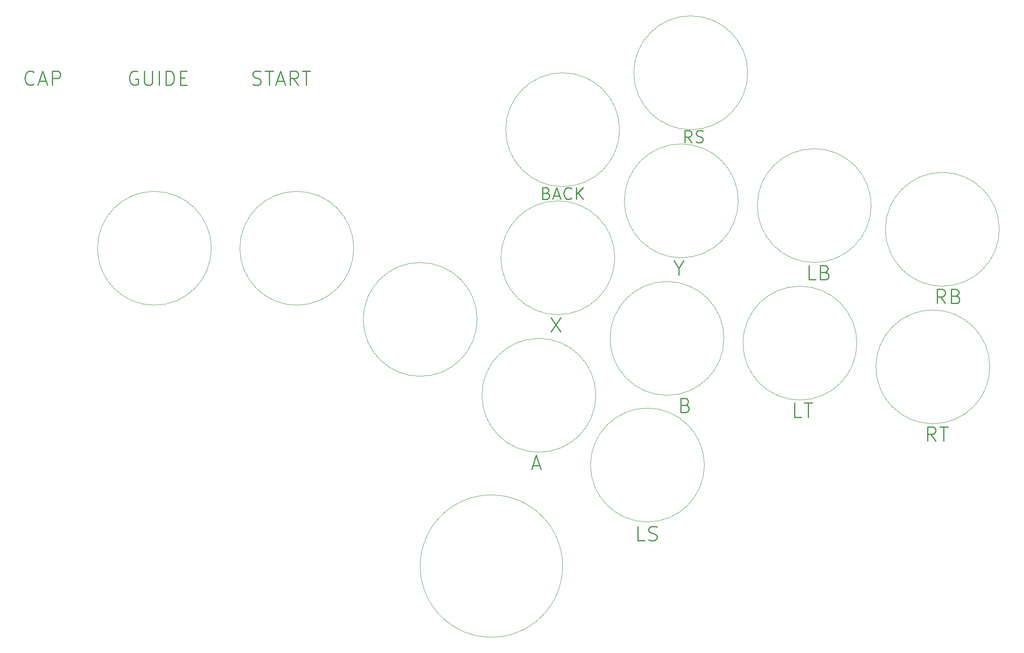
<source format=gbr>
%TF.GenerationSoftware,KiCad,Pcbnew,7.0.7*%
%TF.CreationDate,2023-09-16T00:44:10+09:00*%
%TF.ProjectId,StickLess,53746963-6b4c-4657-9373-2e6b69636164,rev?*%
%TF.SameCoordinates,Original*%
%TF.FileFunction,Legend,Top*%
%TF.FilePolarity,Positive*%
%FSLAX46Y46*%
G04 Gerber Fmt 4.6, Leading zero omitted, Abs format (unit mm)*
G04 Created by KiCad (PCBNEW 7.0.7) date 2023-09-16 00:44:10*
%MOMM*%
%LPD*%
G01*
G04 APERTURE LIST*
%ADD10C,0.250000*%
%ADD11C,0.100000*%
G04 APERTURE END LIST*
D10*
X223307330Y-74619857D02*
X221878758Y-74619857D01*
X221878758Y-74619857D02*
X221878758Y-71619857D01*
X225307329Y-73048428D02*
X225735901Y-73191285D01*
X225735901Y-73191285D02*
X225878758Y-73334142D01*
X225878758Y-73334142D02*
X226021615Y-73619857D01*
X226021615Y-73619857D02*
X226021615Y-74048428D01*
X226021615Y-74048428D02*
X225878758Y-74334142D01*
X225878758Y-74334142D02*
X225735901Y-74477000D01*
X225735901Y-74477000D02*
X225450186Y-74619857D01*
X225450186Y-74619857D02*
X224307329Y-74619857D01*
X224307329Y-74619857D02*
X224307329Y-71619857D01*
X224307329Y-71619857D02*
X225307329Y-71619857D01*
X225307329Y-71619857D02*
X225593044Y-71762714D01*
X225593044Y-71762714D02*
X225735901Y-71905571D01*
X225735901Y-71905571D02*
X225878758Y-72191285D01*
X225878758Y-72191285D02*
X225878758Y-72477000D01*
X225878758Y-72477000D02*
X225735901Y-72762714D01*
X225735901Y-72762714D02*
X225593044Y-72905571D01*
X225593044Y-72905571D02*
X225307329Y-73048428D01*
X225307329Y-73048428D02*
X224307329Y-73048428D01*
X195878758Y-101048428D02*
X196307330Y-101191285D01*
X196307330Y-101191285D02*
X196450187Y-101334142D01*
X196450187Y-101334142D02*
X196593044Y-101619857D01*
X196593044Y-101619857D02*
X196593044Y-102048428D01*
X196593044Y-102048428D02*
X196450187Y-102334142D01*
X196450187Y-102334142D02*
X196307330Y-102477000D01*
X196307330Y-102477000D02*
X196021615Y-102619857D01*
X196021615Y-102619857D02*
X194878758Y-102619857D01*
X194878758Y-102619857D02*
X194878758Y-99619857D01*
X194878758Y-99619857D02*
X195878758Y-99619857D01*
X195878758Y-99619857D02*
X196164473Y-99762714D01*
X196164473Y-99762714D02*
X196307330Y-99905571D01*
X196307330Y-99905571D02*
X196450187Y-100191285D01*
X196450187Y-100191285D02*
X196450187Y-100477000D01*
X196450187Y-100477000D02*
X196307330Y-100762714D01*
X196307330Y-100762714D02*
X196164473Y-100905571D01*
X196164473Y-100905571D02*
X195878758Y-101048428D01*
X195878758Y-101048428D02*
X194878758Y-101048428D01*
X167593044Y-82619857D02*
X169593044Y-85619857D01*
X169593044Y-82619857D02*
X167593044Y-85619857D01*
X187307330Y-129619857D02*
X185878758Y-129619857D01*
X185878758Y-129619857D02*
X185878758Y-126619857D01*
X188164472Y-129477000D02*
X188593044Y-129619857D01*
X188593044Y-129619857D02*
X189307329Y-129619857D01*
X189307329Y-129619857D02*
X189593044Y-129477000D01*
X189593044Y-129477000D02*
X189735901Y-129334142D01*
X189735901Y-129334142D02*
X189878758Y-129048428D01*
X189878758Y-129048428D02*
X189878758Y-128762714D01*
X189878758Y-128762714D02*
X189735901Y-128477000D01*
X189735901Y-128477000D02*
X189593044Y-128334142D01*
X189593044Y-128334142D02*
X189307329Y-128191285D01*
X189307329Y-128191285D02*
X188735901Y-128048428D01*
X188735901Y-128048428D02*
X188450186Y-127905571D01*
X188450186Y-127905571D02*
X188307329Y-127762714D01*
X188307329Y-127762714D02*
X188164472Y-127477000D01*
X188164472Y-127477000D02*
X188164472Y-127191285D01*
X188164472Y-127191285D02*
X188307329Y-126905571D01*
X188307329Y-126905571D02*
X188450186Y-126762714D01*
X188450186Y-126762714D02*
X188735901Y-126619857D01*
X188735901Y-126619857D02*
X189450186Y-126619857D01*
X189450186Y-126619857D02*
X189878758Y-126762714D01*
X104735901Y-33477000D02*
X105164473Y-33619857D01*
X105164473Y-33619857D02*
X105878758Y-33619857D01*
X105878758Y-33619857D02*
X106164473Y-33477000D01*
X106164473Y-33477000D02*
X106307330Y-33334142D01*
X106307330Y-33334142D02*
X106450187Y-33048428D01*
X106450187Y-33048428D02*
X106450187Y-32762714D01*
X106450187Y-32762714D02*
X106307330Y-32477000D01*
X106307330Y-32477000D02*
X106164473Y-32334142D01*
X106164473Y-32334142D02*
X105878758Y-32191285D01*
X105878758Y-32191285D02*
X105307330Y-32048428D01*
X105307330Y-32048428D02*
X105021615Y-31905571D01*
X105021615Y-31905571D02*
X104878758Y-31762714D01*
X104878758Y-31762714D02*
X104735901Y-31477000D01*
X104735901Y-31477000D02*
X104735901Y-31191285D01*
X104735901Y-31191285D02*
X104878758Y-30905571D01*
X104878758Y-30905571D02*
X105021615Y-30762714D01*
X105021615Y-30762714D02*
X105307330Y-30619857D01*
X105307330Y-30619857D02*
X106021615Y-30619857D01*
X106021615Y-30619857D02*
X106450187Y-30762714D01*
X107307330Y-30619857D02*
X109021616Y-30619857D01*
X108164473Y-33619857D02*
X108164473Y-30619857D01*
X109878758Y-32762714D02*
X111307330Y-32762714D01*
X109593044Y-33619857D02*
X110593044Y-30619857D01*
X110593044Y-30619857D02*
X111593044Y-33619857D01*
X114307330Y-33619857D02*
X113307330Y-32191285D01*
X112593044Y-33619857D02*
X112593044Y-30619857D01*
X112593044Y-30619857D02*
X113735901Y-30619857D01*
X113735901Y-30619857D02*
X114021616Y-30762714D01*
X114021616Y-30762714D02*
X114164473Y-30905571D01*
X114164473Y-30905571D02*
X114307330Y-31191285D01*
X114307330Y-31191285D02*
X114307330Y-31619857D01*
X114307330Y-31619857D02*
X114164473Y-31905571D01*
X114164473Y-31905571D02*
X114021616Y-32048428D01*
X114021616Y-32048428D02*
X113735901Y-32191285D01*
X113735901Y-32191285D02*
X112593044Y-32191285D01*
X115164473Y-30619857D02*
X116878759Y-30619857D01*
X116021616Y-33619857D02*
X116021616Y-30619857D01*
X58593044Y-33334142D02*
X58450187Y-33477000D01*
X58450187Y-33477000D02*
X58021615Y-33619857D01*
X58021615Y-33619857D02*
X57735901Y-33619857D01*
X57735901Y-33619857D02*
X57307330Y-33477000D01*
X57307330Y-33477000D02*
X57021615Y-33191285D01*
X57021615Y-33191285D02*
X56878758Y-32905571D01*
X56878758Y-32905571D02*
X56735901Y-32334142D01*
X56735901Y-32334142D02*
X56735901Y-31905571D01*
X56735901Y-31905571D02*
X56878758Y-31334142D01*
X56878758Y-31334142D02*
X57021615Y-31048428D01*
X57021615Y-31048428D02*
X57307330Y-30762714D01*
X57307330Y-30762714D02*
X57735901Y-30619857D01*
X57735901Y-30619857D02*
X58021615Y-30619857D01*
X58021615Y-30619857D02*
X58450187Y-30762714D01*
X58450187Y-30762714D02*
X58593044Y-30905571D01*
X59735901Y-32762714D02*
X61164473Y-32762714D01*
X59450187Y-33619857D02*
X60450187Y-30619857D01*
X60450187Y-30619857D02*
X61450187Y-33619857D01*
X62450187Y-33619857D02*
X62450187Y-30619857D01*
X62450187Y-30619857D02*
X63593044Y-30619857D01*
X63593044Y-30619857D02*
X63878759Y-30762714D01*
X63878759Y-30762714D02*
X64021616Y-30905571D01*
X64021616Y-30905571D02*
X64164473Y-31191285D01*
X64164473Y-31191285D02*
X64164473Y-31619857D01*
X64164473Y-31619857D02*
X64021616Y-31905571D01*
X64021616Y-31905571D02*
X63878759Y-32048428D01*
X63878759Y-32048428D02*
X63593044Y-32191285D01*
X63593044Y-32191285D02*
X62450187Y-32191285D01*
X194450187Y-72191285D02*
X194450187Y-73619857D01*
X193450187Y-70619857D02*
X194450187Y-72191285D01*
X194450187Y-72191285D02*
X195450187Y-70619857D01*
X197188282Y-45681047D02*
X196354949Y-44490571D01*
X195759711Y-45681047D02*
X195759711Y-43181047D01*
X195759711Y-43181047D02*
X196712092Y-43181047D01*
X196712092Y-43181047D02*
X196950187Y-43300095D01*
X196950187Y-43300095D02*
X197069234Y-43419142D01*
X197069234Y-43419142D02*
X197188282Y-43657238D01*
X197188282Y-43657238D02*
X197188282Y-44014380D01*
X197188282Y-44014380D02*
X197069234Y-44252476D01*
X197069234Y-44252476D02*
X196950187Y-44371523D01*
X196950187Y-44371523D02*
X196712092Y-44490571D01*
X196712092Y-44490571D02*
X195759711Y-44490571D01*
X198140663Y-45562000D02*
X198497806Y-45681047D01*
X198497806Y-45681047D02*
X199093044Y-45681047D01*
X199093044Y-45681047D02*
X199331139Y-45562000D01*
X199331139Y-45562000D02*
X199450187Y-45442952D01*
X199450187Y-45442952D02*
X199569234Y-45204857D01*
X199569234Y-45204857D02*
X199569234Y-44966761D01*
X199569234Y-44966761D02*
X199450187Y-44728666D01*
X199450187Y-44728666D02*
X199331139Y-44609619D01*
X199331139Y-44609619D02*
X199093044Y-44490571D01*
X199093044Y-44490571D02*
X198616853Y-44371523D01*
X198616853Y-44371523D02*
X198378758Y-44252476D01*
X198378758Y-44252476D02*
X198259711Y-44133428D01*
X198259711Y-44133428D02*
X198140663Y-43895333D01*
X198140663Y-43895333D02*
X198140663Y-43657238D01*
X198140663Y-43657238D02*
X198259711Y-43419142D01*
X198259711Y-43419142D02*
X198378758Y-43300095D01*
X198378758Y-43300095D02*
X198616853Y-43181047D01*
X198616853Y-43181047D02*
X199212092Y-43181047D01*
X199212092Y-43181047D02*
X199569234Y-43300095D01*
X166593044Y-56371523D02*
X166950187Y-56490571D01*
X166950187Y-56490571D02*
X167069234Y-56609619D01*
X167069234Y-56609619D02*
X167188282Y-56847714D01*
X167188282Y-56847714D02*
X167188282Y-57204857D01*
X167188282Y-57204857D02*
X167069234Y-57442952D01*
X167069234Y-57442952D02*
X166950187Y-57562000D01*
X166950187Y-57562000D02*
X166712092Y-57681047D01*
X166712092Y-57681047D02*
X165759711Y-57681047D01*
X165759711Y-57681047D02*
X165759711Y-55181047D01*
X165759711Y-55181047D02*
X166593044Y-55181047D01*
X166593044Y-55181047D02*
X166831139Y-55300095D01*
X166831139Y-55300095D02*
X166950187Y-55419142D01*
X166950187Y-55419142D02*
X167069234Y-55657238D01*
X167069234Y-55657238D02*
X167069234Y-55895333D01*
X167069234Y-55895333D02*
X166950187Y-56133428D01*
X166950187Y-56133428D02*
X166831139Y-56252476D01*
X166831139Y-56252476D02*
X166593044Y-56371523D01*
X166593044Y-56371523D02*
X165759711Y-56371523D01*
X168140663Y-56966761D02*
X169331139Y-56966761D01*
X167902568Y-57681047D02*
X168735901Y-55181047D01*
X168735901Y-55181047D02*
X169569234Y-57681047D01*
X171831139Y-57442952D02*
X171712091Y-57562000D01*
X171712091Y-57562000D02*
X171354949Y-57681047D01*
X171354949Y-57681047D02*
X171116853Y-57681047D01*
X171116853Y-57681047D02*
X170759710Y-57562000D01*
X170759710Y-57562000D02*
X170521615Y-57323904D01*
X170521615Y-57323904D02*
X170402568Y-57085809D01*
X170402568Y-57085809D02*
X170283520Y-56609619D01*
X170283520Y-56609619D02*
X170283520Y-56252476D01*
X170283520Y-56252476D02*
X170402568Y-55776285D01*
X170402568Y-55776285D02*
X170521615Y-55538190D01*
X170521615Y-55538190D02*
X170759710Y-55300095D01*
X170759710Y-55300095D02*
X171116853Y-55181047D01*
X171116853Y-55181047D02*
X171354949Y-55181047D01*
X171354949Y-55181047D02*
X171712091Y-55300095D01*
X171712091Y-55300095D02*
X171831139Y-55419142D01*
X172902568Y-57681047D02*
X172902568Y-55181047D01*
X174331139Y-57681047D02*
X173259710Y-56252476D01*
X174331139Y-55181047D02*
X172902568Y-56609619D01*
X220307330Y-103619857D02*
X218878758Y-103619857D01*
X218878758Y-103619857D02*
X218878758Y-100619857D01*
X220878758Y-100619857D02*
X222593044Y-100619857D01*
X221735901Y-103619857D02*
X221735901Y-100619857D01*
X80450187Y-30762714D02*
X80164473Y-30619857D01*
X80164473Y-30619857D02*
X79735901Y-30619857D01*
X79735901Y-30619857D02*
X79307330Y-30762714D01*
X79307330Y-30762714D02*
X79021615Y-31048428D01*
X79021615Y-31048428D02*
X78878758Y-31334142D01*
X78878758Y-31334142D02*
X78735901Y-31905571D01*
X78735901Y-31905571D02*
X78735901Y-32334142D01*
X78735901Y-32334142D02*
X78878758Y-32905571D01*
X78878758Y-32905571D02*
X79021615Y-33191285D01*
X79021615Y-33191285D02*
X79307330Y-33477000D01*
X79307330Y-33477000D02*
X79735901Y-33619857D01*
X79735901Y-33619857D02*
X80021615Y-33619857D01*
X80021615Y-33619857D02*
X80450187Y-33477000D01*
X80450187Y-33477000D02*
X80593044Y-33334142D01*
X80593044Y-33334142D02*
X80593044Y-32334142D01*
X80593044Y-32334142D02*
X80021615Y-32334142D01*
X81878758Y-30619857D02*
X81878758Y-33048428D01*
X81878758Y-33048428D02*
X82021615Y-33334142D01*
X82021615Y-33334142D02*
X82164473Y-33477000D01*
X82164473Y-33477000D02*
X82450187Y-33619857D01*
X82450187Y-33619857D02*
X83021615Y-33619857D01*
X83021615Y-33619857D02*
X83307330Y-33477000D01*
X83307330Y-33477000D02*
X83450187Y-33334142D01*
X83450187Y-33334142D02*
X83593044Y-33048428D01*
X83593044Y-33048428D02*
X83593044Y-30619857D01*
X85021615Y-33619857D02*
X85021615Y-30619857D01*
X86450186Y-33619857D02*
X86450186Y-30619857D01*
X86450186Y-30619857D02*
X87164472Y-30619857D01*
X87164472Y-30619857D02*
X87593043Y-30762714D01*
X87593043Y-30762714D02*
X87878758Y-31048428D01*
X87878758Y-31048428D02*
X88021615Y-31334142D01*
X88021615Y-31334142D02*
X88164472Y-31905571D01*
X88164472Y-31905571D02*
X88164472Y-32334142D01*
X88164472Y-32334142D02*
X88021615Y-32905571D01*
X88021615Y-32905571D02*
X87878758Y-33191285D01*
X87878758Y-33191285D02*
X87593043Y-33477000D01*
X87593043Y-33477000D02*
X87164472Y-33619857D01*
X87164472Y-33619857D02*
X86450186Y-33619857D01*
X89450186Y-32048428D02*
X90450186Y-32048428D01*
X90878758Y-33619857D02*
X89450186Y-33619857D01*
X89450186Y-33619857D02*
X89450186Y-30619857D01*
X89450186Y-30619857D02*
X90878758Y-30619857D01*
X163735901Y-113762714D02*
X165164473Y-113762714D01*
X163450187Y-114619857D02*
X164450187Y-111619857D01*
X164450187Y-111619857D02*
X165450187Y-114619857D01*
X250593044Y-79619857D02*
X249593044Y-78191285D01*
X248878758Y-79619857D02*
X248878758Y-76619857D01*
X248878758Y-76619857D02*
X250021615Y-76619857D01*
X250021615Y-76619857D02*
X250307330Y-76762714D01*
X250307330Y-76762714D02*
X250450187Y-76905571D01*
X250450187Y-76905571D02*
X250593044Y-77191285D01*
X250593044Y-77191285D02*
X250593044Y-77619857D01*
X250593044Y-77619857D02*
X250450187Y-77905571D01*
X250450187Y-77905571D02*
X250307330Y-78048428D01*
X250307330Y-78048428D02*
X250021615Y-78191285D01*
X250021615Y-78191285D02*
X248878758Y-78191285D01*
X252878758Y-78048428D02*
X253307330Y-78191285D01*
X253307330Y-78191285D02*
X253450187Y-78334142D01*
X253450187Y-78334142D02*
X253593044Y-78619857D01*
X253593044Y-78619857D02*
X253593044Y-79048428D01*
X253593044Y-79048428D02*
X253450187Y-79334142D01*
X253450187Y-79334142D02*
X253307330Y-79477000D01*
X253307330Y-79477000D02*
X253021615Y-79619857D01*
X253021615Y-79619857D02*
X251878758Y-79619857D01*
X251878758Y-79619857D02*
X251878758Y-76619857D01*
X251878758Y-76619857D02*
X252878758Y-76619857D01*
X252878758Y-76619857D02*
X253164473Y-76762714D01*
X253164473Y-76762714D02*
X253307330Y-76905571D01*
X253307330Y-76905571D02*
X253450187Y-77191285D01*
X253450187Y-77191285D02*
X253450187Y-77477000D01*
X253450187Y-77477000D02*
X253307330Y-77762714D01*
X253307330Y-77762714D02*
X253164473Y-77905571D01*
X253164473Y-77905571D02*
X252878758Y-78048428D01*
X252878758Y-78048428D02*
X251878758Y-78048428D01*
X248593044Y-108619857D02*
X247593044Y-107191285D01*
X246878758Y-108619857D02*
X246878758Y-105619857D01*
X246878758Y-105619857D02*
X248021615Y-105619857D01*
X248021615Y-105619857D02*
X248307330Y-105762714D01*
X248307330Y-105762714D02*
X248450187Y-105905571D01*
X248450187Y-105905571D02*
X248593044Y-106191285D01*
X248593044Y-106191285D02*
X248593044Y-106619857D01*
X248593044Y-106619857D02*
X248450187Y-106905571D01*
X248450187Y-106905571D02*
X248307330Y-107048428D01*
X248307330Y-107048428D02*
X248021615Y-107191285D01*
X248021615Y-107191285D02*
X246878758Y-107191285D01*
X249450187Y-105619857D02*
X251164473Y-105619857D01*
X250307330Y-108619857D02*
X250307330Y-105619857D01*
D11*
%TO.C,B1(A)1*%
X177000000Y-99000000D02*
G75*
G03*
X177000000Y-99000000I-12000000J0D01*
G01*
%TO.C,LEFT1*%
X96000000Y-68000000D02*
G75*
G03*
X96000000Y-68000000I-12000000J0D01*
G01*
%TO.C,RIGHT1*%
X152000000Y-83000000D02*
G75*
G03*
X152000000Y-83000000I-12000000J0D01*
G01*
%TO.C,L1(L)1*%
X232000000Y-88000000D02*
G75*
G03*
X232000000Y-88000000I-12000000J0D01*
G01*
%TO.C,B2(B)1*%
X204000000Y-87000000D02*
G75*
G03*
X204000000Y-87000000I-12000000J0D01*
G01*
%TO.C,L2(LB)1*%
X235010000Y-59000000D02*
G75*
G03*
X235010000Y-59000000I-12000000J0D01*
G01*
%TO.C,DOWN1*%
X126000000Y-68000000D02*
G75*
G03*
X126000000Y-68000000I-12000000J0D01*
G01*
%TO.C,S1(BACK)1*%
X182000000Y-43000000D02*
G75*
G03*
X182000000Y-43000000I-12000000J0D01*
G01*
%TO.C,B4(Y)1*%
X207000000Y-58000000D02*
G75*
G03*
X207000000Y-58000000I-12000000J0D01*
G01*
%TO.C,UP1*%
X170000000Y-135000000D02*
G75*
G03*
X170000000Y-135000000I-15000000J0D01*
G01*
%TO.C,R3(RS)1*%
X209000000Y-31000000D02*
G75*
G03*
X209000000Y-31000000I-12000000J0D01*
G01*
%TO.C,R1(R)1*%
X260000000Y-93000000D02*
G75*
G03*
X260000000Y-93000000I-12000000J0D01*
G01*
%TO.C,L3(LS)1*%
X199870000Y-113700000D02*
G75*
G03*
X199870000Y-113700000I-12000000J0D01*
G01*
%TO.C,R2(RB)1*%
X262000000Y-64000000D02*
G75*
G03*
X262000000Y-64000000I-12000000J0D01*
G01*
%TO.C,B3(X)1*%
X181000000Y-70000000D02*
G75*
G03*
X181000000Y-70000000I-12000000J0D01*
G01*
%TD*%
M02*

</source>
